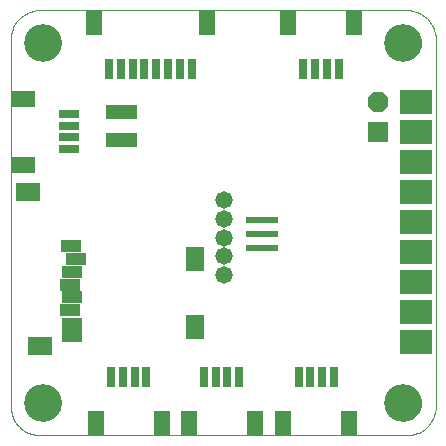
<source format=gbs>
G75*
G70*
%OFA0B0*%
%FSLAX24Y24*%
%IPPOS*%
%LPD*%
%AMOC8*
5,1,8,0,0,1.08239X$1,22.5*
%
%ADD10C,0.0000*%
%ADD11C,0.1261*%
%ADD12R,0.0690X0.0316*%
%ADD13R,0.0789X0.0552*%
%ADD14R,0.0316X0.0690*%
%ADD15R,0.0552X0.0789*%
%ADD16R,0.1080X0.0830*%
%ADD17R,0.0257X0.0474*%
%ADD18R,0.1102X0.0236*%
%ADD19R,0.0631X0.0789*%
%ADD20R,0.0828X0.0631*%
%ADD21R,0.0671X0.0395*%
%ADD22R,0.0680X0.0680*%
%ADD23OC8,0.0680*%
%ADD24C,0.0580*%
D10*
X011483Y005999D02*
X011483Y018203D01*
X011485Y018265D01*
X011491Y018326D01*
X011500Y018387D01*
X011514Y018448D01*
X011531Y018507D01*
X011552Y018565D01*
X011577Y018622D01*
X011605Y018677D01*
X011636Y018730D01*
X011671Y018781D01*
X011709Y018830D01*
X011750Y018877D01*
X011793Y018920D01*
X011840Y018961D01*
X011889Y018999D01*
X011940Y019034D01*
X011993Y019065D01*
X012048Y019093D01*
X012105Y019118D01*
X012163Y019139D01*
X012222Y019156D01*
X012283Y019170D01*
X012344Y019179D01*
X012405Y019185D01*
X012467Y019187D01*
X012467Y019188D02*
X024672Y019188D01*
X024672Y019187D02*
X024734Y019185D01*
X024795Y019179D01*
X024856Y019170D01*
X024917Y019156D01*
X024976Y019139D01*
X025034Y019118D01*
X025091Y019093D01*
X025146Y019065D01*
X025199Y019034D01*
X025250Y018999D01*
X025299Y018961D01*
X025346Y018920D01*
X025389Y018877D01*
X025430Y018830D01*
X025468Y018781D01*
X025503Y018730D01*
X025534Y018677D01*
X025562Y018622D01*
X025587Y018565D01*
X025608Y018507D01*
X025625Y018448D01*
X025639Y018387D01*
X025648Y018326D01*
X025654Y018265D01*
X025656Y018203D01*
X025656Y005999D01*
X025654Y005937D01*
X025648Y005876D01*
X025639Y005815D01*
X025625Y005754D01*
X025608Y005695D01*
X025587Y005637D01*
X025562Y005580D01*
X025534Y005525D01*
X025503Y005472D01*
X025468Y005421D01*
X025430Y005372D01*
X025389Y005325D01*
X025346Y005282D01*
X025299Y005241D01*
X025250Y005203D01*
X025199Y005168D01*
X025146Y005137D01*
X025091Y005109D01*
X025034Y005084D01*
X024976Y005063D01*
X024917Y005046D01*
X024856Y005032D01*
X024795Y005023D01*
X024734Y005017D01*
X024672Y005015D01*
X024672Y005014D02*
X012467Y005014D01*
X012467Y005015D02*
X012405Y005017D01*
X012344Y005023D01*
X012283Y005032D01*
X012222Y005046D01*
X012163Y005063D01*
X012105Y005084D01*
X012048Y005109D01*
X011993Y005137D01*
X011940Y005168D01*
X011889Y005203D01*
X011840Y005241D01*
X011793Y005282D01*
X011750Y005325D01*
X011709Y005372D01*
X011671Y005421D01*
X011636Y005472D01*
X011605Y005525D01*
X011577Y005580D01*
X011552Y005637D01*
X011531Y005695D01*
X011514Y005754D01*
X011500Y005815D01*
X011491Y005876D01*
X011485Y005937D01*
X011483Y005999D01*
X011975Y006097D02*
X011977Y006145D01*
X011983Y006193D01*
X011993Y006240D01*
X012006Y006286D01*
X012024Y006331D01*
X012044Y006375D01*
X012069Y006417D01*
X012097Y006456D01*
X012127Y006493D01*
X012161Y006527D01*
X012198Y006559D01*
X012236Y006588D01*
X012277Y006613D01*
X012320Y006635D01*
X012365Y006653D01*
X012411Y006667D01*
X012458Y006678D01*
X012506Y006685D01*
X012554Y006688D01*
X012602Y006687D01*
X012650Y006682D01*
X012698Y006673D01*
X012744Y006661D01*
X012789Y006644D01*
X012833Y006624D01*
X012875Y006601D01*
X012915Y006574D01*
X012953Y006544D01*
X012988Y006511D01*
X013020Y006475D01*
X013050Y006437D01*
X013076Y006396D01*
X013098Y006353D01*
X013118Y006309D01*
X013133Y006264D01*
X013145Y006217D01*
X013153Y006169D01*
X013157Y006121D01*
X013157Y006073D01*
X013153Y006025D01*
X013145Y005977D01*
X013133Y005930D01*
X013118Y005885D01*
X013098Y005841D01*
X013076Y005798D01*
X013050Y005757D01*
X013020Y005719D01*
X012988Y005683D01*
X012953Y005650D01*
X012915Y005620D01*
X012875Y005593D01*
X012833Y005570D01*
X012789Y005550D01*
X012744Y005533D01*
X012698Y005521D01*
X012650Y005512D01*
X012602Y005507D01*
X012554Y005506D01*
X012506Y005509D01*
X012458Y005516D01*
X012411Y005527D01*
X012365Y005541D01*
X012320Y005559D01*
X012277Y005581D01*
X012236Y005606D01*
X012198Y005635D01*
X012161Y005667D01*
X012127Y005701D01*
X012097Y005738D01*
X012069Y005777D01*
X012044Y005819D01*
X012024Y005863D01*
X012006Y005908D01*
X011993Y005954D01*
X011983Y006001D01*
X011977Y006049D01*
X011975Y006097D01*
X023983Y006097D02*
X023985Y006145D01*
X023991Y006193D01*
X024001Y006240D01*
X024014Y006286D01*
X024032Y006331D01*
X024052Y006375D01*
X024077Y006417D01*
X024105Y006456D01*
X024135Y006493D01*
X024169Y006527D01*
X024206Y006559D01*
X024244Y006588D01*
X024285Y006613D01*
X024328Y006635D01*
X024373Y006653D01*
X024419Y006667D01*
X024466Y006678D01*
X024514Y006685D01*
X024562Y006688D01*
X024610Y006687D01*
X024658Y006682D01*
X024706Y006673D01*
X024752Y006661D01*
X024797Y006644D01*
X024841Y006624D01*
X024883Y006601D01*
X024923Y006574D01*
X024961Y006544D01*
X024996Y006511D01*
X025028Y006475D01*
X025058Y006437D01*
X025084Y006396D01*
X025106Y006353D01*
X025126Y006309D01*
X025141Y006264D01*
X025153Y006217D01*
X025161Y006169D01*
X025165Y006121D01*
X025165Y006073D01*
X025161Y006025D01*
X025153Y005977D01*
X025141Y005930D01*
X025126Y005885D01*
X025106Y005841D01*
X025084Y005798D01*
X025058Y005757D01*
X025028Y005719D01*
X024996Y005683D01*
X024961Y005650D01*
X024923Y005620D01*
X024883Y005593D01*
X024841Y005570D01*
X024797Y005550D01*
X024752Y005533D01*
X024706Y005521D01*
X024658Y005512D01*
X024610Y005507D01*
X024562Y005506D01*
X024514Y005509D01*
X024466Y005516D01*
X024419Y005527D01*
X024373Y005541D01*
X024328Y005559D01*
X024285Y005581D01*
X024244Y005606D01*
X024206Y005635D01*
X024169Y005667D01*
X024135Y005701D01*
X024105Y005738D01*
X024077Y005777D01*
X024052Y005819D01*
X024032Y005863D01*
X024014Y005908D01*
X024001Y005954D01*
X023991Y006001D01*
X023985Y006049D01*
X023983Y006097D01*
X023983Y018105D02*
X023985Y018153D01*
X023991Y018201D01*
X024001Y018248D01*
X024014Y018294D01*
X024032Y018339D01*
X024052Y018383D01*
X024077Y018425D01*
X024105Y018464D01*
X024135Y018501D01*
X024169Y018535D01*
X024206Y018567D01*
X024244Y018596D01*
X024285Y018621D01*
X024328Y018643D01*
X024373Y018661D01*
X024419Y018675D01*
X024466Y018686D01*
X024514Y018693D01*
X024562Y018696D01*
X024610Y018695D01*
X024658Y018690D01*
X024706Y018681D01*
X024752Y018669D01*
X024797Y018652D01*
X024841Y018632D01*
X024883Y018609D01*
X024923Y018582D01*
X024961Y018552D01*
X024996Y018519D01*
X025028Y018483D01*
X025058Y018445D01*
X025084Y018404D01*
X025106Y018361D01*
X025126Y018317D01*
X025141Y018272D01*
X025153Y018225D01*
X025161Y018177D01*
X025165Y018129D01*
X025165Y018081D01*
X025161Y018033D01*
X025153Y017985D01*
X025141Y017938D01*
X025126Y017893D01*
X025106Y017849D01*
X025084Y017806D01*
X025058Y017765D01*
X025028Y017727D01*
X024996Y017691D01*
X024961Y017658D01*
X024923Y017628D01*
X024883Y017601D01*
X024841Y017578D01*
X024797Y017558D01*
X024752Y017541D01*
X024706Y017529D01*
X024658Y017520D01*
X024610Y017515D01*
X024562Y017514D01*
X024514Y017517D01*
X024466Y017524D01*
X024419Y017535D01*
X024373Y017549D01*
X024328Y017567D01*
X024285Y017589D01*
X024244Y017614D01*
X024206Y017643D01*
X024169Y017675D01*
X024135Y017709D01*
X024105Y017746D01*
X024077Y017785D01*
X024052Y017827D01*
X024032Y017871D01*
X024014Y017916D01*
X024001Y017962D01*
X023991Y018009D01*
X023985Y018057D01*
X023983Y018105D01*
X011975Y018105D02*
X011977Y018153D01*
X011983Y018201D01*
X011993Y018248D01*
X012006Y018294D01*
X012024Y018339D01*
X012044Y018383D01*
X012069Y018425D01*
X012097Y018464D01*
X012127Y018501D01*
X012161Y018535D01*
X012198Y018567D01*
X012236Y018596D01*
X012277Y018621D01*
X012320Y018643D01*
X012365Y018661D01*
X012411Y018675D01*
X012458Y018686D01*
X012506Y018693D01*
X012554Y018696D01*
X012602Y018695D01*
X012650Y018690D01*
X012698Y018681D01*
X012744Y018669D01*
X012789Y018652D01*
X012833Y018632D01*
X012875Y018609D01*
X012915Y018582D01*
X012953Y018552D01*
X012988Y018519D01*
X013020Y018483D01*
X013050Y018445D01*
X013076Y018404D01*
X013098Y018361D01*
X013118Y018317D01*
X013133Y018272D01*
X013145Y018225D01*
X013153Y018177D01*
X013157Y018129D01*
X013157Y018081D01*
X013153Y018033D01*
X013145Y017985D01*
X013133Y017938D01*
X013118Y017893D01*
X013098Y017849D01*
X013076Y017806D01*
X013050Y017765D01*
X013020Y017727D01*
X012988Y017691D01*
X012953Y017658D01*
X012915Y017628D01*
X012875Y017601D01*
X012833Y017578D01*
X012789Y017558D01*
X012744Y017541D01*
X012698Y017529D01*
X012650Y017520D01*
X012602Y017515D01*
X012554Y017514D01*
X012506Y017517D01*
X012458Y017524D01*
X012411Y017535D01*
X012365Y017549D01*
X012320Y017567D01*
X012277Y017589D01*
X012236Y017614D01*
X012198Y017643D01*
X012161Y017675D01*
X012127Y017709D01*
X012097Y017746D01*
X012069Y017785D01*
X012044Y017827D01*
X012024Y017871D01*
X012006Y017916D01*
X011993Y017962D01*
X011983Y018009D01*
X011977Y018057D01*
X011975Y018105D01*
D11*
X012566Y018105D03*
X024574Y018105D03*
X024574Y006097D03*
X012566Y006097D03*
D12*
X013436Y014549D03*
X013436Y014943D03*
X013436Y015336D03*
X013436Y015730D03*
D13*
X011910Y016242D03*
X011910Y014037D03*
D14*
X014761Y017218D03*
X015155Y017218D03*
X015549Y017218D03*
X015943Y017218D03*
X016336Y017218D03*
X016730Y017218D03*
X017124Y017218D03*
X017517Y017218D03*
X021236Y017218D03*
X021630Y017218D03*
X022024Y017218D03*
X022417Y017218D03*
X022261Y006967D03*
X021867Y006967D03*
X021474Y006967D03*
X021080Y006967D03*
X019105Y006967D03*
X018711Y006967D03*
X018318Y006967D03*
X017924Y006967D03*
X016011Y006967D03*
X015617Y006967D03*
X015224Y006967D03*
X014830Y006967D03*
D15*
X014318Y005441D03*
X016523Y005441D03*
X017412Y005441D03*
X019617Y005441D03*
X020568Y005441D03*
X022773Y005441D03*
X022929Y018744D03*
X020725Y018744D03*
X018029Y018744D03*
X014250Y018744D03*
D16*
X025008Y016139D03*
X025008Y015139D03*
X025008Y014139D03*
X025008Y013139D03*
X025008Y012139D03*
X025008Y011139D03*
X025008Y010139D03*
X025008Y009139D03*
X025008Y008139D03*
D17*
X015554Y014845D03*
X015299Y014845D03*
X015043Y014845D03*
X014787Y014845D03*
X014787Y015809D03*
X015043Y015809D03*
X015299Y015809D03*
X015554Y015809D03*
D18*
X019858Y012206D03*
X019858Y011733D03*
X019858Y011261D03*
D19*
X017638Y010878D03*
X017638Y008634D03*
D20*
X012461Y008004D03*
X012067Y013131D03*
D21*
X013497Y011321D03*
X013654Y010879D03*
X013523Y010463D03*
X013472Y010033D03*
X013533Y009618D03*
X013475Y009178D03*
X013536Y008741D03*
X013536Y008319D03*
D22*
X023733Y015139D03*
D23*
X023733Y016139D03*
D24*
X018608Y012858D03*
X018608Y012233D03*
X018608Y011608D03*
X018608Y010983D03*
X018608Y010358D03*
M02*

</source>
